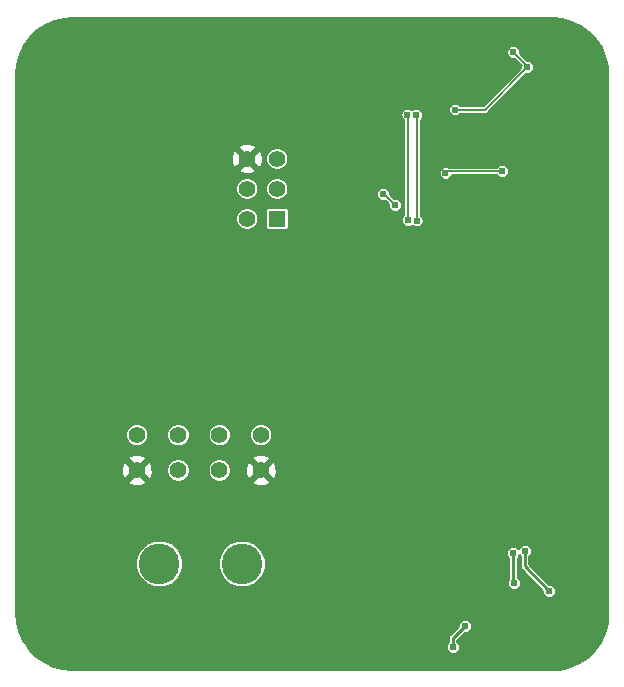
<source format=gbl>
G04 #@! TF.GenerationSoftware,KiCad,Pcbnew,5.0.1-33cea8e~68~ubuntu18.04.1*
G04 #@! TF.CreationDate,2019-02-12T00:11:03-05:00*
G04 #@! TF.ProjectId,IMU,494D552E6B696361645F706362000000,rev?*
G04 #@! TF.SameCoordinates,Original*
G04 #@! TF.FileFunction,Copper,L2,Bot,Signal*
G04 #@! TF.FilePolarity,Positive*
%FSLAX46Y46*%
G04 Gerber Fmt 4.6, Leading zero omitted, Abs format (unit mm)*
G04 Created by KiCad (PCBNEW 5.0.1-33cea8e~68~ubuntu18.04.1) date Tue 12 Feb 2019 12:11:03 AM EST*
%MOMM*%
%LPD*%
G01*
G04 APERTURE LIST*
G04 #@! TA.AperFunction,ComponentPad*
%ADD10R,1.400000X1.400000*%
G04 #@! TD*
G04 #@! TA.AperFunction,ComponentPad*
%ADD11C,1.400000*%
G04 #@! TD*
G04 #@! TA.AperFunction,ComponentPad*
%ADD12C,1.420000*%
G04 #@! TD*
G04 #@! TA.AperFunction,ComponentPad*
%ADD13C,3.450000*%
G04 #@! TD*
G04 #@! TA.AperFunction,ViaPad*
%ADD14C,0.609600*%
G04 #@! TD*
G04 #@! TA.AperFunction,Conductor*
%ADD15C,0.152400*%
G04 #@! TD*
G04 #@! TA.AperFunction,Conductor*
%ADD16C,0.254000*%
G04 #@! TD*
G04 APERTURE END LIST*
D10*
G04 #@! TO.P,J4,1*
G04 #@! TO.N,Net-(J4-Pad1)*
X138008360Y-88473280D03*
D11*
G04 #@! TO.P,J4,2*
G04 #@! TO.N,VCC*
X135468360Y-88473280D03*
G04 #@! TO.P,J4,3*
G04 #@! TO.N,/SCK*
X138008360Y-85933280D03*
G04 #@! TO.P,J4,4*
G04 #@! TO.N,/MOSI*
X135468360Y-85933280D03*
G04 #@! TO.P,J4,5*
G04 #@! TO.N,/RESET*
X138008360Y-83393280D03*
G04 #@! TO.P,J4,6*
G04 #@! TO.N,GND*
X135468360Y-83393280D03*
G04 #@! TD*
D12*
G04 #@! TO.P,J1,6*
G04 #@! TO.N,/CANH*
X133130880Y-109769920D03*
G04 #@! TO.P,J1,5*
G04 #@! TO.N,/CANL*
X129630880Y-109769920D03*
G04 #@! TO.P,J1,4*
G04 #@! TO.N,GND*
X126130880Y-109769920D03*
G04 #@! TO.P,J1,3*
G04 #@! TO.N,/12V*
X133130880Y-106769920D03*
G04 #@! TO.P,J1,2*
G04 #@! TO.N,/CANH*
X129630880Y-106769920D03*
G04 #@! TO.P,J1,1*
G04 #@! TO.N,/CANL*
X126130880Y-106769920D03*
D13*
G04 #@! TO.P,J1,*
G04 #@! TO.N,*
X128040880Y-117679920D03*
X135040880Y-117679920D03*
D12*
G04 #@! TO.P,J1,7*
G04 #@! TO.N,/12V*
X136630880Y-106769920D03*
G04 #@! TO.P,J1,8*
G04 #@! TO.N,GND*
X136630880Y-109769920D03*
G04 #@! TD*
D14*
G04 #@! TO.N,GND*
X158480760Y-103164640D03*
X145526560Y-119909880D03*
X145526560Y-121687880D03*
X147812560Y-121687880D03*
X147812560Y-119909880D03*
X163738560Y-110926880D03*
X162722560Y-113720880D03*
X163738560Y-112704880D03*
X162722560Y-111942880D03*
X162468560Y-110926880D03*
X162722560Y-115752880D03*
X163738560Y-114736880D03*
X151041100Y-83507580D03*
X143009620Y-109982000D03*
X143784320Y-91257120D03*
X139532360Y-91765120D03*
X142956280Y-103586280D03*
X161498280Y-73121520D03*
X154065446Y-77657166D03*
X158678880Y-80736440D03*
X139258040Y-76012040D03*
X140787120Y-74681080D03*
X142229840Y-73355200D03*
X137815320Y-77805280D03*
X141879320Y-99451160D03*
X151277320Y-96738440D03*
X157612080Y-87365840D03*
X157363160Y-92842080D03*
G04 #@! TO.N,/SCK*
X148021040Y-87320120D03*
X146999960Y-86415880D03*
G04 #@! TO.N,Net-(C5-Pad2)*
X158061460Y-119355980D03*
X158010660Y-116765180D03*
G04 #@! TO.N,Net-(C11-Pad1)*
X158988560Y-116607880D03*
X161046160Y-119984520D03*
G04 #@! TO.N,Net-(R3-Pad2)*
X152892560Y-124735880D03*
X153908560Y-122957880D03*
G04 #@! TO.N,/3.3V*
X153055320Y-79242920D03*
X159217360Y-75625960D03*
X158028640Y-74381360D03*
G04 #@! TO.N,/MISO2*
X149054999Y-79668555D03*
X149077680Y-88620600D03*
G04 #@! TO.N,/MOSI2*
X149816826Y-79684887D03*
X149839320Y-88644075D03*
G04 #@! TO.N,/INT1*
X152283160Y-84612480D03*
X157043120Y-84444840D03*
G04 #@! TD*
D15*
G04 #@! TO.N,/SCK*
X147116800Y-86415880D02*
X148021040Y-87320120D01*
X146999960Y-86415880D02*
X147116800Y-86415880D01*
D16*
G04 #@! TO.N,Net-(C5-Pad2)*
X158010660Y-119305180D02*
X158061460Y-119355980D01*
X158010660Y-116765180D02*
X158010660Y-119305180D01*
G04 #@! TO.N,Net-(C11-Pad1)*
X161046160Y-119984520D02*
X158988560Y-117926920D01*
X158988560Y-117926920D02*
X158988560Y-116607880D01*
G04 #@! TO.N,Net-(R3-Pad2)*
X152892560Y-123973880D02*
X153908560Y-122957880D01*
X152892560Y-124735880D02*
X152892560Y-123973880D01*
D15*
G04 #@! TO.N,/3.3V*
X155600400Y-79242920D02*
X153055320Y-79242920D01*
X159217360Y-75625960D02*
X155600400Y-79242920D01*
X159217360Y-75570080D02*
X159217360Y-75625960D01*
X158028640Y-74381360D02*
X159217360Y-75570080D01*
G04 #@! TO.N,/MISO2*
X149062440Y-79675996D02*
X149054999Y-79668555D01*
X149077680Y-79691236D02*
X149054999Y-79668555D01*
X149077680Y-88620600D02*
X149077680Y-79691236D01*
G04 #@! TO.N,/MOSI2*
X149791420Y-79710293D02*
X149816826Y-79684887D01*
X149839320Y-79707381D02*
X149816826Y-79684887D01*
X149839320Y-88644075D02*
X149839320Y-79707381D01*
G04 #@! TO.N,/INT1*
X152450800Y-84444840D02*
X152283160Y-84612480D01*
X157043120Y-84444840D02*
X152450800Y-84444840D01*
G04 #@! TD*
D16*
G04 #@! TO.N,GND*
G36*
X162122138Y-71575174D02*
X162927971Y-71795625D01*
X163682032Y-72155295D01*
X164360486Y-72642812D01*
X164941877Y-73242762D01*
X165407847Y-73936197D01*
X165743651Y-74701180D01*
X165939382Y-75516460D01*
X165990601Y-76213924D01*
X165990600Y-121957362D01*
X165991077Y-121959760D01*
X165919906Y-122757218D01*
X165699456Y-123563050D01*
X165339785Y-124317112D01*
X164852268Y-124995566D01*
X164252315Y-125576960D01*
X163558881Y-126042928D01*
X162793900Y-126378731D01*
X161978620Y-126574462D01*
X161333560Y-126621833D01*
X161327363Y-126620600D01*
X120666897Y-126620600D01*
X119817862Y-126544826D01*
X119012030Y-126324376D01*
X118257968Y-125964705D01*
X117579514Y-125477188D01*
X116998120Y-124877235D01*
X116825047Y-124619675D01*
X152308360Y-124619675D01*
X152308360Y-124852085D01*
X152397299Y-125066803D01*
X152561637Y-125231141D01*
X152776355Y-125320080D01*
X153008765Y-125320080D01*
X153223483Y-125231141D01*
X153387821Y-125066803D01*
X153476760Y-124852085D01*
X153476760Y-124619675D01*
X153387821Y-124404957D01*
X153298960Y-124316096D01*
X153298960Y-124142215D01*
X153899096Y-123542080D01*
X154024765Y-123542080D01*
X154239483Y-123453141D01*
X154403821Y-123288803D01*
X154492760Y-123074085D01*
X154492760Y-122841675D01*
X154403821Y-122626957D01*
X154239483Y-122462619D01*
X154024765Y-122373680D01*
X153792355Y-122373680D01*
X153577637Y-122462619D01*
X153413299Y-122626957D01*
X153324360Y-122841675D01*
X153324360Y-122967344D01*
X152633493Y-123658212D01*
X152599564Y-123680883D01*
X152576893Y-123714812D01*
X152576892Y-123714813D01*
X152509741Y-123815311D01*
X152478200Y-123973880D01*
X152486161Y-124013903D01*
X152486161Y-124316095D01*
X152397299Y-124404957D01*
X152308360Y-124619675D01*
X116825047Y-124619675D01*
X116532152Y-124183801D01*
X116196349Y-123418820D01*
X116000618Y-122603540D01*
X115949400Y-121906089D01*
X115949400Y-117281220D01*
X126036480Y-117281220D01*
X126036480Y-118078620D01*
X126341631Y-118815322D01*
X126905478Y-119379169D01*
X127642180Y-119684320D01*
X128439580Y-119684320D01*
X129176282Y-119379169D01*
X129740129Y-118815322D01*
X130045280Y-118078620D01*
X130045280Y-117281220D01*
X133036480Y-117281220D01*
X133036480Y-118078620D01*
X133341631Y-118815322D01*
X133905478Y-119379169D01*
X134642180Y-119684320D01*
X135439580Y-119684320D01*
X136176282Y-119379169D01*
X136740129Y-118815322D01*
X137045280Y-118078620D01*
X137045280Y-117281220D01*
X136783397Y-116648975D01*
X157426460Y-116648975D01*
X157426460Y-116881385D01*
X157515399Y-117096103D01*
X157604260Y-117184964D01*
X157604261Y-118986995D01*
X157566199Y-119025057D01*
X157477260Y-119239775D01*
X157477260Y-119472185D01*
X157566199Y-119686903D01*
X157730537Y-119851241D01*
X157945255Y-119940180D01*
X158177665Y-119940180D01*
X158392383Y-119851241D01*
X158556721Y-119686903D01*
X158645660Y-119472185D01*
X158645660Y-119239775D01*
X158556721Y-119025057D01*
X158417060Y-118885396D01*
X158417060Y-117184964D01*
X158505921Y-117096103D01*
X158548296Y-116993800D01*
X158582161Y-117027665D01*
X158582160Y-117886902D01*
X158574200Y-117926920D01*
X158582160Y-117966938D01*
X158582160Y-117966942D01*
X158605740Y-118085488D01*
X158695563Y-118219917D01*
X158729495Y-118242590D01*
X160461960Y-119975056D01*
X160461960Y-120100725D01*
X160550899Y-120315443D01*
X160715237Y-120479781D01*
X160929955Y-120568720D01*
X161162365Y-120568720D01*
X161377083Y-120479781D01*
X161541421Y-120315443D01*
X161630360Y-120100725D01*
X161630360Y-119868315D01*
X161541421Y-119653597D01*
X161377083Y-119489259D01*
X161162365Y-119400320D01*
X161036696Y-119400320D01*
X159394960Y-117758585D01*
X159394960Y-117027664D01*
X159483821Y-116938803D01*
X159572760Y-116724085D01*
X159572760Y-116491675D01*
X159483821Y-116276957D01*
X159319483Y-116112619D01*
X159104765Y-116023680D01*
X158872355Y-116023680D01*
X158657637Y-116112619D01*
X158493299Y-116276957D01*
X158450924Y-116379260D01*
X158341583Y-116269919D01*
X158126865Y-116180980D01*
X157894455Y-116180980D01*
X157679737Y-116269919D01*
X157515399Y-116434257D01*
X157426460Y-116648975D01*
X136783397Y-116648975D01*
X136740129Y-116544518D01*
X136176282Y-115980671D01*
X135439580Y-115675520D01*
X134642180Y-115675520D01*
X133905478Y-115980671D01*
X133341631Y-116544518D01*
X133036480Y-117281220D01*
X130045280Y-117281220D01*
X129740129Y-116544518D01*
X129176282Y-115980671D01*
X128439580Y-115675520D01*
X127642180Y-115675520D01*
X126905478Y-115980671D01*
X126341631Y-116544518D01*
X126036480Y-117281220D01*
X115949400Y-117281220D01*
X115949400Y-110712445D01*
X125367961Y-110712445D01*
X125431030Y-110949247D01*
X125935612Y-111127297D01*
X126469921Y-111098699D01*
X126830730Y-110949247D01*
X126893799Y-110712445D01*
X126130880Y-109949525D01*
X125367961Y-110712445D01*
X115949400Y-110712445D01*
X115949400Y-109574652D01*
X124773503Y-109574652D01*
X124802101Y-110108961D01*
X124951553Y-110469770D01*
X125188355Y-110532839D01*
X125951275Y-109769920D01*
X126310485Y-109769920D01*
X127073405Y-110532839D01*
X127310207Y-110469770D01*
X127488257Y-109965188D01*
X127467272Y-109573116D01*
X128641480Y-109573116D01*
X128641480Y-109966724D01*
X128792108Y-110330370D01*
X129070430Y-110608692D01*
X129434076Y-110759320D01*
X129827684Y-110759320D01*
X130191330Y-110608692D01*
X130469652Y-110330370D01*
X130620280Y-109966724D01*
X130620280Y-109573116D01*
X132141480Y-109573116D01*
X132141480Y-109966724D01*
X132292108Y-110330370D01*
X132570430Y-110608692D01*
X132934076Y-110759320D01*
X133327684Y-110759320D01*
X133440849Y-110712445D01*
X135867961Y-110712445D01*
X135931030Y-110949247D01*
X136435612Y-111127297D01*
X136969921Y-111098699D01*
X137330730Y-110949247D01*
X137393799Y-110712445D01*
X136630880Y-109949525D01*
X135867961Y-110712445D01*
X133440849Y-110712445D01*
X133691330Y-110608692D01*
X133969652Y-110330370D01*
X134120280Y-109966724D01*
X134120280Y-109574652D01*
X135273503Y-109574652D01*
X135302101Y-110108961D01*
X135451553Y-110469770D01*
X135688355Y-110532839D01*
X136451275Y-109769920D01*
X136810485Y-109769920D01*
X137573405Y-110532839D01*
X137810207Y-110469770D01*
X137988257Y-109965188D01*
X137959659Y-109430879D01*
X137810207Y-109070070D01*
X137573405Y-109007001D01*
X136810485Y-109769920D01*
X136451275Y-109769920D01*
X135688355Y-109007001D01*
X135451553Y-109070070D01*
X135273503Y-109574652D01*
X134120280Y-109574652D01*
X134120280Y-109573116D01*
X133969652Y-109209470D01*
X133691330Y-108931148D01*
X133440850Y-108827395D01*
X135867961Y-108827395D01*
X136630880Y-109590315D01*
X137393799Y-108827395D01*
X137330730Y-108590593D01*
X136826148Y-108412543D01*
X136291839Y-108441141D01*
X135931030Y-108590593D01*
X135867961Y-108827395D01*
X133440850Y-108827395D01*
X133327684Y-108780520D01*
X132934076Y-108780520D01*
X132570430Y-108931148D01*
X132292108Y-109209470D01*
X132141480Y-109573116D01*
X130620280Y-109573116D01*
X130469652Y-109209470D01*
X130191330Y-108931148D01*
X129827684Y-108780520D01*
X129434076Y-108780520D01*
X129070430Y-108931148D01*
X128792108Y-109209470D01*
X128641480Y-109573116D01*
X127467272Y-109573116D01*
X127459659Y-109430879D01*
X127310207Y-109070070D01*
X127073405Y-109007001D01*
X126310485Y-109769920D01*
X125951275Y-109769920D01*
X125188355Y-109007001D01*
X124951553Y-109070070D01*
X124773503Y-109574652D01*
X115949400Y-109574652D01*
X115949400Y-108827395D01*
X125367961Y-108827395D01*
X126130880Y-109590315D01*
X126893799Y-108827395D01*
X126830730Y-108590593D01*
X126326148Y-108412543D01*
X125791839Y-108441141D01*
X125431030Y-108590593D01*
X125367961Y-108827395D01*
X115949400Y-108827395D01*
X115949400Y-106573116D01*
X125141480Y-106573116D01*
X125141480Y-106966724D01*
X125292108Y-107330370D01*
X125570430Y-107608692D01*
X125934076Y-107759320D01*
X126327684Y-107759320D01*
X126691330Y-107608692D01*
X126969652Y-107330370D01*
X127120280Y-106966724D01*
X127120280Y-106573116D01*
X128641480Y-106573116D01*
X128641480Y-106966724D01*
X128792108Y-107330370D01*
X129070430Y-107608692D01*
X129434076Y-107759320D01*
X129827684Y-107759320D01*
X130191330Y-107608692D01*
X130469652Y-107330370D01*
X130620280Y-106966724D01*
X130620280Y-106573116D01*
X132141480Y-106573116D01*
X132141480Y-106966724D01*
X132292108Y-107330370D01*
X132570430Y-107608692D01*
X132934076Y-107759320D01*
X133327684Y-107759320D01*
X133691330Y-107608692D01*
X133969652Y-107330370D01*
X134120280Y-106966724D01*
X134120280Y-106573116D01*
X135641480Y-106573116D01*
X135641480Y-106966724D01*
X135792108Y-107330370D01*
X136070430Y-107608692D01*
X136434076Y-107759320D01*
X136827684Y-107759320D01*
X137191330Y-107608692D01*
X137469652Y-107330370D01*
X137620280Y-106966724D01*
X137620280Y-106573116D01*
X137469652Y-106209470D01*
X137191330Y-105931148D01*
X136827684Y-105780520D01*
X136434076Y-105780520D01*
X136070430Y-105931148D01*
X135792108Y-106209470D01*
X135641480Y-106573116D01*
X134120280Y-106573116D01*
X133969652Y-106209470D01*
X133691330Y-105931148D01*
X133327684Y-105780520D01*
X132934076Y-105780520D01*
X132570430Y-105931148D01*
X132292108Y-106209470D01*
X132141480Y-106573116D01*
X130620280Y-106573116D01*
X130469652Y-106209470D01*
X130191330Y-105931148D01*
X129827684Y-105780520D01*
X129434076Y-105780520D01*
X129070430Y-105931148D01*
X128792108Y-106209470D01*
X128641480Y-106573116D01*
X127120280Y-106573116D01*
X126969652Y-106209470D01*
X126691330Y-105931148D01*
X126327684Y-105780520D01*
X125934076Y-105780520D01*
X125570430Y-105931148D01*
X125292108Y-106209470D01*
X125141480Y-106573116D01*
X115949400Y-106573116D01*
X115949400Y-88278465D01*
X134488960Y-88278465D01*
X134488960Y-88668095D01*
X134638064Y-89028066D01*
X134913574Y-89303576D01*
X135273545Y-89452680D01*
X135663175Y-89452680D01*
X136023146Y-89303576D01*
X136298656Y-89028066D01*
X136447760Y-88668095D01*
X136447760Y-88278465D01*
X136298656Y-87918494D01*
X136153442Y-87773280D01*
X137023487Y-87773280D01*
X137023487Y-89173280D01*
X137045172Y-89282296D01*
X137106924Y-89374716D01*
X137199344Y-89436468D01*
X137308360Y-89458153D01*
X138708360Y-89458153D01*
X138817376Y-89436468D01*
X138909796Y-89374716D01*
X138971548Y-89282296D01*
X138993233Y-89173280D01*
X138993233Y-87773280D01*
X138971548Y-87664264D01*
X138909796Y-87571844D01*
X138817376Y-87510092D01*
X138708360Y-87488407D01*
X137308360Y-87488407D01*
X137199344Y-87510092D01*
X137106924Y-87571844D01*
X137045172Y-87664264D01*
X137023487Y-87773280D01*
X136153442Y-87773280D01*
X136023146Y-87642984D01*
X135663175Y-87493880D01*
X135273545Y-87493880D01*
X134913574Y-87642984D01*
X134638064Y-87918494D01*
X134488960Y-88278465D01*
X115949400Y-88278465D01*
X115949400Y-85738465D01*
X134488960Y-85738465D01*
X134488960Y-86128095D01*
X134638064Y-86488066D01*
X134913574Y-86763576D01*
X135273545Y-86912680D01*
X135663175Y-86912680D01*
X136023146Y-86763576D01*
X136298656Y-86488066D01*
X136447760Y-86128095D01*
X136447760Y-85738465D01*
X137028960Y-85738465D01*
X137028960Y-86128095D01*
X137178064Y-86488066D01*
X137453574Y-86763576D01*
X137813545Y-86912680D01*
X138203175Y-86912680D01*
X138563146Y-86763576D01*
X138838656Y-86488066D01*
X138916689Y-86299675D01*
X146415760Y-86299675D01*
X146415760Y-86532085D01*
X146504699Y-86746803D01*
X146669037Y-86911141D01*
X146883755Y-87000080D01*
X147116165Y-87000080D01*
X147174106Y-86976080D01*
X147436840Y-87238814D01*
X147436840Y-87436325D01*
X147525779Y-87651043D01*
X147690117Y-87815381D01*
X147904835Y-87904320D01*
X148137245Y-87904320D01*
X148351963Y-87815381D01*
X148516301Y-87651043D01*
X148605240Y-87436325D01*
X148605240Y-87203915D01*
X148516301Y-86989197D01*
X148351963Y-86824859D01*
X148137245Y-86735920D01*
X147939734Y-86735920D01*
X147584160Y-86380346D01*
X147584160Y-86299675D01*
X147495221Y-86084957D01*
X147330883Y-85920619D01*
X147116165Y-85831680D01*
X146883755Y-85831680D01*
X146669037Y-85920619D01*
X146504699Y-86084957D01*
X146415760Y-86299675D01*
X138916689Y-86299675D01*
X138987760Y-86128095D01*
X138987760Y-85738465D01*
X138838656Y-85378494D01*
X138563146Y-85102984D01*
X138203175Y-84953880D01*
X137813545Y-84953880D01*
X137453574Y-85102984D01*
X137178064Y-85378494D01*
X137028960Y-85738465D01*
X136447760Y-85738465D01*
X136298656Y-85378494D01*
X136023146Y-85102984D01*
X135663175Y-84953880D01*
X135273545Y-84953880D01*
X134913574Y-85102984D01*
X134638064Y-85378494D01*
X134488960Y-85738465D01*
X115949400Y-85738465D01*
X115949400Y-84328555D01*
X134712691Y-84328555D01*
X134774529Y-84564322D01*
X135275482Y-84740699D01*
X135805800Y-84711944D01*
X136162191Y-84564322D01*
X136224029Y-84328555D01*
X135468360Y-83572885D01*
X134712691Y-84328555D01*
X115949400Y-84328555D01*
X115949400Y-83200402D01*
X134120941Y-83200402D01*
X134149696Y-83730720D01*
X134297318Y-84087111D01*
X134533085Y-84148949D01*
X135288755Y-83393280D01*
X135647965Y-83393280D01*
X136403635Y-84148949D01*
X136639402Y-84087111D01*
X136815779Y-83586158D01*
X136794758Y-83198465D01*
X137028960Y-83198465D01*
X137028960Y-83588095D01*
X137178064Y-83948066D01*
X137453574Y-84223576D01*
X137813545Y-84372680D01*
X138203175Y-84372680D01*
X138563146Y-84223576D01*
X138838656Y-83948066D01*
X138987760Y-83588095D01*
X138987760Y-83198465D01*
X138838656Y-82838494D01*
X138563146Y-82562984D01*
X138203175Y-82413880D01*
X137813545Y-82413880D01*
X137453574Y-82562984D01*
X137178064Y-82838494D01*
X137028960Y-83198465D01*
X136794758Y-83198465D01*
X136787024Y-83055840D01*
X136639402Y-82699449D01*
X136403635Y-82637611D01*
X135647965Y-83393280D01*
X135288755Y-83393280D01*
X134533085Y-82637611D01*
X134297318Y-82699449D01*
X134120941Y-83200402D01*
X115949400Y-83200402D01*
X115949400Y-82458005D01*
X134712691Y-82458005D01*
X135468360Y-83213675D01*
X136224029Y-82458005D01*
X136162191Y-82222238D01*
X135661238Y-82045861D01*
X135130920Y-82074616D01*
X134774529Y-82222238D01*
X134712691Y-82458005D01*
X115949400Y-82458005D01*
X115949400Y-79552350D01*
X148470799Y-79552350D01*
X148470799Y-79784760D01*
X148559738Y-79999478D01*
X148722081Y-80161821D01*
X148722080Y-88150016D01*
X148582419Y-88289677D01*
X148493480Y-88504395D01*
X148493480Y-88736805D01*
X148582419Y-88951523D01*
X148746757Y-89115861D01*
X148961475Y-89204800D01*
X149193885Y-89204800D01*
X149408603Y-89115861D01*
X149446763Y-89077702D01*
X149508397Y-89139336D01*
X149723115Y-89228275D01*
X149955525Y-89228275D01*
X150170243Y-89139336D01*
X150334581Y-88974998D01*
X150423520Y-88760280D01*
X150423520Y-88527870D01*
X150334581Y-88313152D01*
X150194920Y-88173491D01*
X150194920Y-84496275D01*
X151698960Y-84496275D01*
X151698960Y-84728685D01*
X151787899Y-84943403D01*
X151952237Y-85107741D01*
X152166955Y-85196680D01*
X152399365Y-85196680D01*
X152614083Y-85107741D01*
X152778421Y-84943403D01*
X152837638Y-84800440D01*
X156572536Y-84800440D01*
X156712197Y-84940101D01*
X156926915Y-85029040D01*
X157159325Y-85029040D01*
X157374043Y-84940101D01*
X157538381Y-84775763D01*
X157627320Y-84561045D01*
X157627320Y-84328635D01*
X157538381Y-84113917D01*
X157374043Y-83949579D01*
X157159325Y-83860640D01*
X156926915Y-83860640D01*
X156712197Y-83949579D01*
X156572536Y-84089240D01*
X152546536Y-84089240D01*
X152399365Y-84028280D01*
X152166955Y-84028280D01*
X151952237Y-84117219D01*
X151787899Y-84281557D01*
X151698960Y-84496275D01*
X150194920Y-84496275D01*
X150194920Y-80132977D01*
X150312087Y-80015810D01*
X150401026Y-79801092D01*
X150401026Y-79568682D01*
X150312087Y-79353964D01*
X150147749Y-79189626D01*
X149995869Y-79126715D01*
X152471120Y-79126715D01*
X152471120Y-79359125D01*
X152560059Y-79573843D01*
X152724397Y-79738181D01*
X152939115Y-79827120D01*
X153171525Y-79827120D01*
X153386243Y-79738181D01*
X153525904Y-79598520D01*
X155565380Y-79598520D01*
X155600400Y-79605486D01*
X155635420Y-79598520D01*
X155739148Y-79577887D01*
X155856773Y-79499293D01*
X155876611Y-79469603D01*
X159136055Y-76210160D01*
X159333565Y-76210160D01*
X159548283Y-76121221D01*
X159712621Y-75956883D01*
X159801560Y-75742165D01*
X159801560Y-75509755D01*
X159712621Y-75295037D01*
X159548283Y-75130699D01*
X159333565Y-75041760D01*
X159191935Y-75041760D01*
X158612840Y-74462666D01*
X158612840Y-74265155D01*
X158523901Y-74050437D01*
X158359563Y-73886099D01*
X158144845Y-73797160D01*
X157912435Y-73797160D01*
X157697717Y-73886099D01*
X157533379Y-74050437D01*
X157444440Y-74265155D01*
X157444440Y-74497565D01*
X157533379Y-74712283D01*
X157697717Y-74876621D01*
X157912435Y-74965560D01*
X158109946Y-74965560D01*
X158639305Y-75494920D01*
X158633160Y-75509755D01*
X158633160Y-75707265D01*
X155453106Y-78887320D01*
X153525904Y-78887320D01*
X153386243Y-78747659D01*
X153171525Y-78658720D01*
X152939115Y-78658720D01*
X152724397Y-78747659D01*
X152560059Y-78911997D01*
X152471120Y-79126715D01*
X149995869Y-79126715D01*
X149933031Y-79100687D01*
X149700621Y-79100687D01*
X149485903Y-79189626D01*
X149444079Y-79231451D01*
X149385922Y-79173294D01*
X149171204Y-79084355D01*
X148938794Y-79084355D01*
X148724076Y-79173294D01*
X148559738Y-79337632D01*
X148470799Y-79552350D01*
X115949400Y-79552350D01*
X115949400Y-76216896D01*
X116025174Y-75367862D01*
X116245625Y-74562029D01*
X116605295Y-73807968D01*
X117092812Y-73129514D01*
X117692762Y-72548123D01*
X118386197Y-72082153D01*
X119151180Y-71746349D01*
X119966460Y-71550618D01*
X120663910Y-71499400D01*
X161273104Y-71499400D01*
X162122138Y-71575174D01*
X162122138Y-71575174D01*
G37*
X162122138Y-71575174D02*
X162927971Y-71795625D01*
X163682032Y-72155295D01*
X164360486Y-72642812D01*
X164941877Y-73242762D01*
X165407847Y-73936197D01*
X165743651Y-74701180D01*
X165939382Y-75516460D01*
X165990601Y-76213924D01*
X165990600Y-121957362D01*
X165991077Y-121959760D01*
X165919906Y-122757218D01*
X165699456Y-123563050D01*
X165339785Y-124317112D01*
X164852268Y-124995566D01*
X164252315Y-125576960D01*
X163558881Y-126042928D01*
X162793900Y-126378731D01*
X161978620Y-126574462D01*
X161333560Y-126621833D01*
X161327363Y-126620600D01*
X120666897Y-126620600D01*
X119817862Y-126544826D01*
X119012030Y-126324376D01*
X118257968Y-125964705D01*
X117579514Y-125477188D01*
X116998120Y-124877235D01*
X116825047Y-124619675D01*
X152308360Y-124619675D01*
X152308360Y-124852085D01*
X152397299Y-125066803D01*
X152561637Y-125231141D01*
X152776355Y-125320080D01*
X153008765Y-125320080D01*
X153223483Y-125231141D01*
X153387821Y-125066803D01*
X153476760Y-124852085D01*
X153476760Y-124619675D01*
X153387821Y-124404957D01*
X153298960Y-124316096D01*
X153298960Y-124142215D01*
X153899096Y-123542080D01*
X154024765Y-123542080D01*
X154239483Y-123453141D01*
X154403821Y-123288803D01*
X154492760Y-123074085D01*
X154492760Y-122841675D01*
X154403821Y-122626957D01*
X154239483Y-122462619D01*
X154024765Y-122373680D01*
X153792355Y-122373680D01*
X153577637Y-122462619D01*
X153413299Y-122626957D01*
X153324360Y-122841675D01*
X153324360Y-122967344D01*
X152633493Y-123658212D01*
X152599564Y-123680883D01*
X152576893Y-123714812D01*
X152576892Y-123714813D01*
X152509741Y-123815311D01*
X152478200Y-123973880D01*
X152486161Y-124013903D01*
X152486161Y-124316095D01*
X152397299Y-124404957D01*
X152308360Y-124619675D01*
X116825047Y-124619675D01*
X116532152Y-124183801D01*
X116196349Y-123418820D01*
X116000618Y-122603540D01*
X115949400Y-121906089D01*
X115949400Y-117281220D01*
X126036480Y-117281220D01*
X126036480Y-118078620D01*
X126341631Y-118815322D01*
X126905478Y-119379169D01*
X127642180Y-119684320D01*
X128439580Y-119684320D01*
X129176282Y-119379169D01*
X129740129Y-118815322D01*
X130045280Y-118078620D01*
X130045280Y-117281220D01*
X133036480Y-117281220D01*
X133036480Y-118078620D01*
X133341631Y-118815322D01*
X133905478Y-119379169D01*
X134642180Y-119684320D01*
X135439580Y-119684320D01*
X136176282Y-119379169D01*
X136740129Y-118815322D01*
X137045280Y-118078620D01*
X137045280Y-117281220D01*
X136783397Y-116648975D01*
X157426460Y-116648975D01*
X157426460Y-116881385D01*
X157515399Y-117096103D01*
X157604260Y-117184964D01*
X157604261Y-118986995D01*
X157566199Y-119025057D01*
X157477260Y-119239775D01*
X157477260Y-119472185D01*
X157566199Y-119686903D01*
X157730537Y-119851241D01*
X157945255Y-119940180D01*
X158177665Y-119940180D01*
X158392383Y-119851241D01*
X158556721Y-119686903D01*
X158645660Y-119472185D01*
X158645660Y-119239775D01*
X158556721Y-119025057D01*
X158417060Y-118885396D01*
X158417060Y-117184964D01*
X158505921Y-117096103D01*
X158548296Y-116993800D01*
X158582161Y-117027665D01*
X158582160Y-117886902D01*
X158574200Y-117926920D01*
X158582160Y-117966938D01*
X158582160Y-117966942D01*
X158605740Y-118085488D01*
X158695563Y-118219917D01*
X158729495Y-118242590D01*
X160461960Y-119975056D01*
X160461960Y-120100725D01*
X160550899Y-120315443D01*
X160715237Y-120479781D01*
X160929955Y-120568720D01*
X161162365Y-120568720D01*
X161377083Y-120479781D01*
X161541421Y-120315443D01*
X161630360Y-120100725D01*
X161630360Y-119868315D01*
X161541421Y-119653597D01*
X161377083Y-119489259D01*
X161162365Y-119400320D01*
X161036696Y-119400320D01*
X159394960Y-117758585D01*
X159394960Y-117027664D01*
X159483821Y-116938803D01*
X159572760Y-116724085D01*
X159572760Y-116491675D01*
X159483821Y-116276957D01*
X159319483Y-116112619D01*
X159104765Y-116023680D01*
X158872355Y-116023680D01*
X158657637Y-116112619D01*
X158493299Y-116276957D01*
X158450924Y-116379260D01*
X158341583Y-116269919D01*
X158126865Y-116180980D01*
X157894455Y-116180980D01*
X157679737Y-116269919D01*
X157515399Y-116434257D01*
X157426460Y-116648975D01*
X136783397Y-116648975D01*
X136740129Y-116544518D01*
X136176282Y-115980671D01*
X135439580Y-115675520D01*
X134642180Y-115675520D01*
X133905478Y-115980671D01*
X133341631Y-116544518D01*
X133036480Y-117281220D01*
X130045280Y-117281220D01*
X129740129Y-116544518D01*
X129176282Y-115980671D01*
X128439580Y-115675520D01*
X127642180Y-115675520D01*
X126905478Y-115980671D01*
X126341631Y-116544518D01*
X126036480Y-117281220D01*
X115949400Y-117281220D01*
X115949400Y-110712445D01*
X125367961Y-110712445D01*
X125431030Y-110949247D01*
X125935612Y-111127297D01*
X126469921Y-111098699D01*
X126830730Y-110949247D01*
X126893799Y-110712445D01*
X126130880Y-109949525D01*
X125367961Y-110712445D01*
X115949400Y-110712445D01*
X115949400Y-109574652D01*
X124773503Y-109574652D01*
X124802101Y-110108961D01*
X124951553Y-110469770D01*
X125188355Y-110532839D01*
X125951275Y-109769920D01*
X126310485Y-109769920D01*
X127073405Y-110532839D01*
X127310207Y-110469770D01*
X127488257Y-109965188D01*
X127467272Y-109573116D01*
X128641480Y-109573116D01*
X128641480Y-109966724D01*
X128792108Y-110330370D01*
X129070430Y-110608692D01*
X129434076Y-110759320D01*
X129827684Y-110759320D01*
X130191330Y-110608692D01*
X130469652Y-110330370D01*
X130620280Y-109966724D01*
X130620280Y-109573116D01*
X132141480Y-109573116D01*
X132141480Y-109966724D01*
X132292108Y-110330370D01*
X132570430Y-110608692D01*
X132934076Y-110759320D01*
X133327684Y-110759320D01*
X133440849Y-110712445D01*
X135867961Y-110712445D01*
X135931030Y-110949247D01*
X136435612Y-111127297D01*
X136969921Y-111098699D01*
X137330730Y-110949247D01*
X137393799Y-110712445D01*
X136630880Y-109949525D01*
X135867961Y-110712445D01*
X133440849Y-110712445D01*
X133691330Y-110608692D01*
X133969652Y-110330370D01*
X134120280Y-109966724D01*
X134120280Y-109574652D01*
X135273503Y-109574652D01*
X135302101Y-110108961D01*
X135451553Y-110469770D01*
X135688355Y-110532839D01*
X136451275Y-109769920D01*
X136810485Y-109769920D01*
X137573405Y-110532839D01*
X137810207Y-110469770D01*
X137988257Y-109965188D01*
X137959659Y-109430879D01*
X137810207Y-109070070D01*
X137573405Y-109007001D01*
X136810485Y-109769920D01*
X136451275Y-109769920D01*
X135688355Y-109007001D01*
X135451553Y-109070070D01*
X135273503Y-109574652D01*
X134120280Y-109574652D01*
X134120280Y-109573116D01*
X133969652Y-109209470D01*
X133691330Y-108931148D01*
X133440850Y-108827395D01*
X135867961Y-108827395D01*
X136630880Y-109590315D01*
X137393799Y-108827395D01*
X137330730Y-108590593D01*
X136826148Y-108412543D01*
X136291839Y-108441141D01*
X135931030Y-108590593D01*
X135867961Y-108827395D01*
X133440850Y-108827395D01*
X133327684Y-108780520D01*
X132934076Y-108780520D01*
X132570430Y-108931148D01*
X132292108Y-109209470D01*
X132141480Y-109573116D01*
X130620280Y-109573116D01*
X130469652Y-109209470D01*
X130191330Y-108931148D01*
X129827684Y-108780520D01*
X129434076Y-108780520D01*
X129070430Y-108931148D01*
X128792108Y-109209470D01*
X128641480Y-109573116D01*
X127467272Y-109573116D01*
X127459659Y-109430879D01*
X127310207Y-109070070D01*
X127073405Y-109007001D01*
X126310485Y-109769920D01*
X125951275Y-109769920D01*
X125188355Y-109007001D01*
X124951553Y-109070070D01*
X124773503Y-109574652D01*
X115949400Y-109574652D01*
X115949400Y-108827395D01*
X125367961Y-108827395D01*
X126130880Y-109590315D01*
X126893799Y-108827395D01*
X126830730Y-108590593D01*
X126326148Y-108412543D01*
X125791839Y-108441141D01*
X125431030Y-108590593D01*
X125367961Y-108827395D01*
X115949400Y-108827395D01*
X115949400Y-106573116D01*
X125141480Y-106573116D01*
X125141480Y-106966724D01*
X125292108Y-107330370D01*
X125570430Y-107608692D01*
X125934076Y-107759320D01*
X126327684Y-107759320D01*
X126691330Y-107608692D01*
X126969652Y-107330370D01*
X127120280Y-106966724D01*
X127120280Y-106573116D01*
X128641480Y-106573116D01*
X128641480Y-106966724D01*
X128792108Y-107330370D01*
X129070430Y-107608692D01*
X129434076Y-107759320D01*
X129827684Y-107759320D01*
X130191330Y-107608692D01*
X130469652Y-107330370D01*
X130620280Y-106966724D01*
X130620280Y-106573116D01*
X132141480Y-106573116D01*
X132141480Y-106966724D01*
X132292108Y-107330370D01*
X132570430Y-107608692D01*
X132934076Y-107759320D01*
X133327684Y-107759320D01*
X133691330Y-107608692D01*
X133969652Y-107330370D01*
X134120280Y-106966724D01*
X134120280Y-106573116D01*
X135641480Y-106573116D01*
X135641480Y-106966724D01*
X135792108Y-107330370D01*
X136070430Y-107608692D01*
X136434076Y-107759320D01*
X136827684Y-107759320D01*
X137191330Y-107608692D01*
X137469652Y-107330370D01*
X137620280Y-106966724D01*
X137620280Y-106573116D01*
X137469652Y-106209470D01*
X137191330Y-105931148D01*
X136827684Y-105780520D01*
X136434076Y-105780520D01*
X136070430Y-105931148D01*
X135792108Y-106209470D01*
X135641480Y-106573116D01*
X134120280Y-106573116D01*
X133969652Y-106209470D01*
X133691330Y-105931148D01*
X133327684Y-105780520D01*
X132934076Y-105780520D01*
X132570430Y-105931148D01*
X132292108Y-106209470D01*
X132141480Y-106573116D01*
X130620280Y-106573116D01*
X130469652Y-106209470D01*
X130191330Y-105931148D01*
X129827684Y-105780520D01*
X129434076Y-105780520D01*
X129070430Y-105931148D01*
X128792108Y-106209470D01*
X128641480Y-106573116D01*
X127120280Y-106573116D01*
X126969652Y-106209470D01*
X126691330Y-105931148D01*
X126327684Y-105780520D01*
X125934076Y-105780520D01*
X125570430Y-105931148D01*
X125292108Y-106209470D01*
X125141480Y-106573116D01*
X115949400Y-106573116D01*
X115949400Y-88278465D01*
X134488960Y-88278465D01*
X134488960Y-88668095D01*
X134638064Y-89028066D01*
X134913574Y-89303576D01*
X135273545Y-89452680D01*
X135663175Y-89452680D01*
X136023146Y-89303576D01*
X136298656Y-89028066D01*
X136447760Y-88668095D01*
X136447760Y-88278465D01*
X136298656Y-87918494D01*
X136153442Y-87773280D01*
X137023487Y-87773280D01*
X137023487Y-89173280D01*
X137045172Y-89282296D01*
X137106924Y-89374716D01*
X137199344Y-89436468D01*
X137308360Y-89458153D01*
X138708360Y-89458153D01*
X138817376Y-89436468D01*
X138909796Y-89374716D01*
X138971548Y-89282296D01*
X138993233Y-89173280D01*
X138993233Y-87773280D01*
X138971548Y-87664264D01*
X138909796Y-87571844D01*
X138817376Y-87510092D01*
X138708360Y-87488407D01*
X137308360Y-87488407D01*
X137199344Y-87510092D01*
X137106924Y-87571844D01*
X137045172Y-87664264D01*
X137023487Y-87773280D01*
X136153442Y-87773280D01*
X136023146Y-87642984D01*
X135663175Y-87493880D01*
X135273545Y-87493880D01*
X134913574Y-87642984D01*
X134638064Y-87918494D01*
X134488960Y-88278465D01*
X115949400Y-88278465D01*
X115949400Y-85738465D01*
X134488960Y-85738465D01*
X134488960Y-86128095D01*
X134638064Y-86488066D01*
X134913574Y-86763576D01*
X135273545Y-86912680D01*
X135663175Y-86912680D01*
X136023146Y-86763576D01*
X136298656Y-86488066D01*
X136447760Y-86128095D01*
X136447760Y-85738465D01*
X137028960Y-85738465D01*
X137028960Y-86128095D01*
X137178064Y-86488066D01*
X137453574Y-86763576D01*
X137813545Y-86912680D01*
X138203175Y-86912680D01*
X138563146Y-86763576D01*
X138838656Y-86488066D01*
X138916689Y-86299675D01*
X146415760Y-86299675D01*
X146415760Y-86532085D01*
X146504699Y-86746803D01*
X146669037Y-86911141D01*
X146883755Y-87000080D01*
X147116165Y-87000080D01*
X147174106Y-86976080D01*
X147436840Y-87238814D01*
X147436840Y-87436325D01*
X147525779Y-87651043D01*
X147690117Y-87815381D01*
X147904835Y-87904320D01*
X148137245Y-87904320D01*
X148351963Y-87815381D01*
X148516301Y-87651043D01*
X148605240Y-87436325D01*
X148605240Y-87203915D01*
X148516301Y-86989197D01*
X148351963Y-86824859D01*
X148137245Y-86735920D01*
X147939734Y-86735920D01*
X147584160Y-86380346D01*
X147584160Y-86299675D01*
X147495221Y-86084957D01*
X147330883Y-85920619D01*
X147116165Y-85831680D01*
X146883755Y-85831680D01*
X146669037Y-85920619D01*
X146504699Y-86084957D01*
X146415760Y-86299675D01*
X138916689Y-86299675D01*
X138987760Y-86128095D01*
X138987760Y-85738465D01*
X138838656Y-85378494D01*
X138563146Y-85102984D01*
X138203175Y-84953880D01*
X137813545Y-84953880D01*
X137453574Y-85102984D01*
X137178064Y-85378494D01*
X137028960Y-85738465D01*
X136447760Y-85738465D01*
X136298656Y-85378494D01*
X136023146Y-85102984D01*
X135663175Y-84953880D01*
X135273545Y-84953880D01*
X134913574Y-85102984D01*
X134638064Y-85378494D01*
X134488960Y-85738465D01*
X115949400Y-85738465D01*
X115949400Y-84328555D01*
X134712691Y-84328555D01*
X134774529Y-84564322D01*
X135275482Y-84740699D01*
X135805800Y-84711944D01*
X136162191Y-84564322D01*
X136224029Y-84328555D01*
X135468360Y-83572885D01*
X134712691Y-84328555D01*
X115949400Y-84328555D01*
X115949400Y-83200402D01*
X134120941Y-83200402D01*
X134149696Y-83730720D01*
X134297318Y-84087111D01*
X134533085Y-84148949D01*
X135288755Y-83393280D01*
X135647965Y-83393280D01*
X136403635Y-84148949D01*
X136639402Y-84087111D01*
X136815779Y-83586158D01*
X136794758Y-83198465D01*
X137028960Y-83198465D01*
X137028960Y-83588095D01*
X137178064Y-83948066D01*
X137453574Y-84223576D01*
X137813545Y-84372680D01*
X138203175Y-84372680D01*
X138563146Y-84223576D01*
X138838656Y-83948066D01*
X138987760Y-83588095D01*
X138987760Y-83198465D01*
X138838656Y-82838494D01*
X138563146Y-82562984D01*
X138203175Y-82413880D01*
X137813545Y-82413880D01*
X137453574Y-82562984D01*
X137178064Y-82838494D01*
X137028960Y-83198465D01*
X136794758Y-83198465D01*
X136787024Y-83055840D01*
X136639402Y-82699449D01*
X136403635Y-82637611D01*
X135647965Y-83393280D01*
X135288755Y-83393280D01*
X134533085Y-82637611D01*
X134297318Y-82699449D01*
X134120941Y-83200402D01*
X115949400Y-83200402D01*
X115949400Y-82458005D01*
X134712691Y-82458005D01*
X135468360Y-83213675D01*
X136224029Y-82458005D01*
X136162191Y-82222238D01*
X135661238Y-82045861D01*
X135130920Y-82074616D01*
X134774529Y-82222238D01*
X134712691Y-82458005D01*
X115949400Y-82458005D01*
X115949400Y-79552350D01*
X148470799Y-79552350D01*
X148470799Y-79784760D01*
X148559738Y-79999478D01*
X148722081Y-80161821D01*
X148722080Y-88150016D01*
X148582419Y-88289677D01*
X148493480Y-88504395D01*
X148493480Y-88736805D01*
X148582419Y-88951523D01*
X148746757Y-89115861D01*
X148961475Y-89204800D01*
X149193885Y-89204800D01*
X149408603Y-89115861D01*
X149446763Y-89077702D01*
X149508397Y-89139336D01*
X149723115Y-89228275D01*
X149955525Y-89228275D01*
X150170243Y-89139336D01*
X150334581Y-88974998D01*
X150423520Y-88760280D01*
X150423520Y-88527870D01*
X150334581Y-88313152D01*
X150194920Y-88173491D01*
X150194920Y-84496275D01*
X151698960Y-84496275D01*
X151698960Y-84728685D01*
X151787899Y-84943403D01*
X151952237Y-85107741D01*
X152166955Y-85196680D01*
X152399365Y-85196680D01*
X152614083Y-85107741D01*
X152778421Y-84943403D01*
X152837638Y-84800440D01*
X156572536Y-84800440D01*
X156712197Y-84940101D01*
X156926915Y-85029040D01*
X157159325Y-85029040D01*
X157374043Y-84940101D01*
X157538381Y-84775763D01*
X157627320Y-84561045D01*
X157627320Y-84328635D01*
X157538381Y-84113917D01*
X157374043Y-83949579D01*
X157159325Y-83860640D01*
X156926915Y-83860640D01*
X156712197Y-83949579D01*
X156572536Y-84089240D01*
X152546536Y-84089240D01*
X152399365Y-84028280D01*
X152166955Y-84028280D01*
X151952237Y-84117219D01*
X151787899Y-84281557D01*
X151698960Y-84496275D01*
X150194920Y-84496275D01*
X150194920Y-80132977D01*
X150312087Y-80015810D01*
X150401026Y-79801092D01*
X150401026Y-79568682D01*
X150312087Y-79353964D01*
X150147749Y-79189626D01*
X149995869Y-79126715D01*
X152471120Y-79126715D01*
X152471120Y-79359125D01*
X152560059Y-79573843D01*
X152724397Y-79738181D01*
X152939115Y-79827120D01*
X153171525Y-79827120D01*
X153386243Y-79738181D01*
X153525904Y-79598520D01*
X155565380Y-79598520D01*
X155600400Y-79605486D01*
X155635420Y-79598520D01*
X155739148Y-79577887D01*
X155856773Y-79499293D01*
X155876611Y-79469603D01*
X159136055Y-76210160D01*
X159333565Y-76210160D01*
X159548283Y-76121221D01*
X159712621Y-75956883D01*
X159801560Y-75742165D01*
X159801560Y-75509755D01*
X159712621Y-75295037D01*
X159548283Y-75130699D01*
X159333565Y-75041760D01*
X159191935Y-75041760D01*
X158612840Y-74462666D01*
X158612840Y-74265155D01*
X158523901Y-74050437D01*
X158359563Y-73886099D01*
X158144845Y-73797160D01*
X157912435Y-73797160D01*
X157697717Y-73886099D01*
X157533379Y-74050437D01*
X157444440Y-74265155D01*
X157444440Y-74497565D01*
X157533379Y-74712283D01*
X157697717Y-74876621D01*
X157912435Y-74965560D01*
X158109946Y-74965560D01*
X158639305Y-75494920D01*
X158633160Y-75509755D01*
X158633160Y-75707265D01*
X155453106Y-78887320D01*
X153525904Y-78887320D01*
X153386243Y-78747659D01*
X153171525Y-78658720D01*
X152939115Y-78658720D01*
X152724397Y-78747659D01*
X152560059Y-78911997D01*
X152471120Y-79126715D01*
X149995869Y-79126715D01*
X149933031Y-79100687D01*
X149700621Y-79100687D01*
X149485903Y-79189626D01*
X149444079Y-79231451D01*
X149385922Y-79173294D01*
X149171204Y-79084355D01*
X148938794Y-79084355D01*
X148724076Y-79173294D01*
X148559738Y-79337632D01*
X148470799Y-79552350D01*
X115949400Y-79552350D01*
X115949400Y-76216896D01*
X116025174Y-75367862D01*
X116245625Y-74562029D01*
X116605295Y-73807968D01*
X117092812Y-73129514D01*
X117692762Y-72548123D01*
X118386197Y-72082153D01*
X119151180Y-71746349D01*
X119966460Y-71550618D01*
X120663910Y-71499400D01*
X161273104Y-71499400D01*
X162122138Y-71575174D01*
G04 #@! TD*
M02*

</source>
